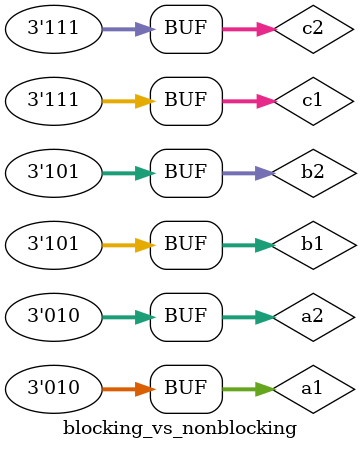
<source format=v>
`timescale 1ns / 1ps


module blocking_vs_nonblocking;

    reg[2:0] a1, b1, c1, a2, b2, c2;
    
    // atribuiri blocante
    // ce se intampla aici? - atribuirile se executa secvential
    initial begin
        a1 = #5 3'd2;   // dupa 5u a1 va lua valoarea 2
        b1 = #10 3'd5;  // dupa 5u + 10u = 15u b1 va lua valoarea 5
        c1 = #15 3'd7;  // dupa 5u + 10u + 15u = 30u c1 va lua valoarea 7
    end
    
    // atribuiri non-blocante
    // ce se intampla aici? - atribuirile se executa in paralel
    // se evalueaza intai partea dreapta, apoi se atribuie in stanga
    initial begin
        a2 <= #5 3'd2;  // dupa 5u a2 va lua valoarea 2
        b2 <= #10 3'd5; // dupa 10u b2 va lua valoarea 5
        c2 <= #15 3'd7; // dupa 15u c2 va lua valoarea 7
    end
    
endmodule

</source>
